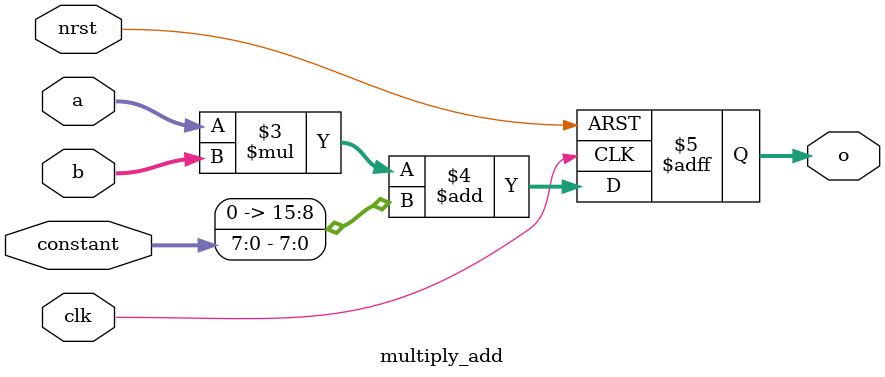
<source format=v>
module multiply_add (
    input clk, nrst,
    input [7:0] a,
    input [7:0] b,
    input [7:0] constant,
    output reg [15:0] o
);


always @ (posedge clk or negedge nrst) begin
    if(!nrst) begin
    	o <= 0;
    end else begin
        o <= a * b + {{8{1'b0}},constant};
    end
end

endmodule

</source>
